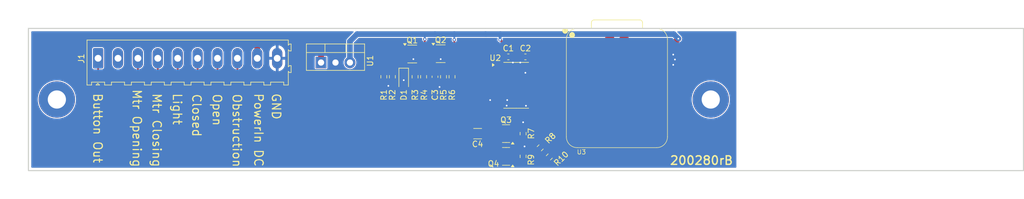
<source format=kicad_pcb>
(kicad_pcb (version 20240108) (generator "pcbnew") (generator_version "8.0")
  (layers (0 "F.Cu" signal) (31 "B.Cu" signal) (34 "B.Paste" user) (35 "F.Paste" user) (36 "B.SilkS" user "B.Silkscreen") (37 "F.SilkS" user "F.Silkscreen") (38 "B.Mask" user) (39 "F.Mask" user) (44 "Edge.Cuts" user))
  (net 0 "")
  (net 1 "GND")
  (net 2 "Net-(D1-K)")
  (net 3 "/EndStopClosed")
  (net 4 "/EndStopOpen")
  (net 5 "/WallButton")
  (net 6 "/Obstruction")
  (net 7 "/Relay1_Light")
  (net 8 "/PowerIn")
  (net 9 "/ObstructionObserved_5V")
  (net 10 "+5V")
  (net 11 "Net-(Q2-C)")
  (net 12 "+3V3")
  (net 13 "/EndStopClosed_3V")
  (net 14 "/Relay1_Light_3V")
  (net 15 "/EndStopOpen_3V")
  (net 16 "/ObstructionObserved_3V")
  (net 19 "/WallButtonSimulation")
  (net 20 "Net-(Q1-C)")
  (net 21 "Net-(Q3-D)")
  (net 22 "Net-(Q2-B)")
  (net 23 "Net-(Q3-G)")
  (net 24 "/WallLightButtonSimulation")
  (net 25 "Net-(Q4-G)")
  (net 41 "/Relay2_Motor_Closing")
  (net 43 "/Relay3_Motor_Opening")
  (net 44 "/Relay2_Motor_Closing_3V")
  (net 45 "/Relay3_Motor_Opening_3V")
  (footprint "GM_Connector_PhoenixContact:phoenix_contact_1984691" (layer "F.Cu") (at 67.25 80.25)
    (property "Reference" "J1" (at -2.95 0.05 90) (layer "F.SilkS"))
    (property "Value" "ScrewTerms")
    (fp_line (start -1.95 -3.2) (end 33.45 -3.2) (stroke (width 0.12)) (layer "F.SilkS"))
    (fp_line (start -1.95 4.7) (end -1.95 -3.2) (stroke (width 0.12)) (layer "F.SilkS"))
    (fp_line (start -1.15 4.2) (end -1.15 4.7) (stroke (width 0.12)) (layer "F.SilkS"))
    (fp_line (start -1.15 4.7) (end -1.95 4.7) (stroke (width 0.12)) (layer "F.SilkS"))
    (fp_line (start -0.35 4.7) (end 0.25 4.7) (stroke (width 0.12)) (layer "F.SilkS"))
    (fp_line (start -0.05 4.4) (end -0.35 4.7) (stroke (width 0.12)) (layer "F.SilkS"))
    (fp_line (start 0.25 4.7) (end -0.05 4.4) (stroke (width 0.12)) (layer "F.SilkS"))
    (fp_line (start 1.15 4.2) (end -1.15 4.2) (stroke (width 0.12)) (layer "F.SilkS"))
    (fp_line (start 1.15 4.7) (end 1.15 4.2) (stroke (width 0.12)) (layer "F.SilkS"))
    (fp_line (start 2.35 4.2) (end 2.35 4.7) (stroke (width 0.12)) (layer "F.SilkS"))
    (fp_line (start 2.35 4.7) (end 1.15 4.7) (stroke (width 0.12)) (layer "F.SilkS"))
    (fp_line (start 4.65 4.2) (end 2.35 4.2) (stroke (width 0.12)) (layer "F.SilkS"))
    (fp_line (start 4.65 4.7) (end 4.65 4.2) (stroke (width 0.12)) (layer "F.SilkS"))
    (fp_line (start 5.85 4.2) (end 5.85 4.7) (stroke (width 0.12)) (layer "F.SilkS"))
    (fp_line (start 5.85 4.7) (end 4.65 4.7) (stroke (width 0.12)) (layer "F.SilkS"))
    (fp_line (start 8.15 4.2) (end 5.85 4.2) (stroke (width 0.12)) (layer "F.SilkS"))
    (fp_line (start 8.15 4.7) (end 8.15 4.2) (stroke (width 0.12)) (layer "F.SilkS"))
    (fp_line (start 9.35 4.2) (end 9.35 4.7) (stroke (width 0.12)) (layer "F.SilkS"))
    (fp_line (start 9.35 4.7) (end 8.15 4.7) (stroke (width 0.12)) (layer "F.SilkS"))
    (fp_line (start 11.65 4.2) (end 9.35 4.2) (stroke (width 0.12)) (layer "F.SilkS"))
    (fp_line (start 11.65 4.7) (end 11.65 4.2) (stroke (width 0.12)) (layer "F.SilkS"))
    (fp_line (start 12.85 4.2) (end 12.85 4.7) (stroke (width 0.12)) (layer "F.SilkS"))
    (fp_line (start 12.85 4.7) (end 11.65 4.7) (stroke (width 0.12)) (layer "F.SilkS"))
    (fp_line (start 15.15 4.2) (end 12.85 4.2) (stroke (width 0.12)) (layer "F.SilkS"))
    (fp_line (start 15.15 4.7) (end 15.15 4.2) (stroke (width 0.12)) (layer "F.SilkS"))
    (fp_line (start 16.35 4.2) (end 16.35 4.7) (stroke (width 0.12)) (layer "F.SilkS"))
    (fp_line (start 16.35 4.7) (end 15.15 4.7) (stroke (width 0.12)) (layer "F.SilkS"))
    (fp_line (start 18.65 4.2) (end 16.35 4.2) (stroke (width 0.12)) (layer "F.SilkS"))
    (fp_line (start 18.65 4.7) (end 18.65 4.2) (stroke (width 0.12)) (layer "F.SilkS"))
    (fp_line (start 19.85 4.2) (end 19.85 4.7) (stroke (width 0.12)) (layer "F.SilkS"))
    (fp_line (start 19.85 4.7) (end 18.65 4.7) (stroke (width 0.12)) (layer "F.SilkS"))
    (fp_line (start 22.15 4.2) (end 19.85 4.2) (stroke (width 0.12)) (layer "F.SilkS"))
    (fp_line (start 22.15 4.7) (end 22.15 4.2) (stroke (width 0.12)) (layer "F.SilkS"))
    (fp_line (start 23.35 4.2) (end 23.35 4.7) (stroke (width 0.12)) (layer "F.SilkS"))
    (fp_line (start 23.35 4.7) (end 22.15 4.7) (stroke (width 0.12)) (layer "F.SilkS"))
    (fp_line (start 25.65 4.2) (end 23.35 4.2) (stroke (width 0.12)) (layer "F.SilkS"))
    (fp_line (start 25.65 4.7) (end 25.65 4.2) (stroke (width 0.12)) (layer "F.SilkS"))
    (fp_line (start 26.85 4.2) (end 26.85 4.7) (stroke (width 0.12)) (layer "F.SilkS"))
    (fp_line (start 26.85 4.7) (end 25.65 4.7) (stroke (width 0.12)) (layer "F.SilkS"))
    (fp_line (start 29.15 4.2) (end 26.85 4.2) (stroke (width 0.12)) (layer "F.SilkS"))
    (fp_line (start 29.15 4.7) (end 29.15 4.2) (stroke (width 0.12)) (layer "F.SilkS"))
    (fp_line (start 30.35 4.2) (end 30.35 4.7) (stroke (width 0.12)) (layer "F.SilkS"))
    (fp_line (start 30.35 4.7) (end 29.15 4.7) (stroke (width 0.12)) (layer "F.SilkS"))
    (fp_line (start 32.65 4.2) (end 30.35 4.2) (stroke (width 0.12)) (layer "F.SilkS"))
    (fp_line (start 32.65 4.7) (end 32.65 4.2) (stroke (width 0.12)) (layer "F.SilkS"))
    (fp_line (start 33.45 -3.2) (end 33.45 -2.3) (stroke (width 0.12)) (layer "F.SilkS"))
    (fp_line (start 33.45 -2.3) (end 33.65 -2.5) (stroke (width 0.12)) (layer "F.SilkS"))
    (fp_line (start 33.45 -1.5) (end 33.45 1.5) (stroke (width 0.12)) (layer "F.SilkS"))
    (fp_line (start 33.45 1.5) (end 33.65 1.3) (stroke (width 0.12)) (layer "F.SilkS"))
    (fp_line (start 33.45 2.3) (end 33.45 4.7) (stroke (width 0.12)) (layer "F.SilkS"))
    (fp_line (start 33.45 4.7) (end 32.65 4.7) (stroke (width 0.12)) (layer "F.SilkS"))
    (fp_line (start 33.65 -2.5) (end 33.95 -2.5) (stroke (width 0.12)) (layer "F.SilkS"))
    (fp_line (start 33.65 -1.3) (end 33.45 -1.5) (stroke (width 0.12)) (layer "F.SilkS"))
    (fp_line (start 33.65 1.3) (end 33.95 1.3) (stroke (width 0.12)) (layer "F.SilkS"))
    (fp_line (start 33.65 2.5) (end 33.45 2.3) (stroke (width 0.12)) (layer "F.SilkS"))
    (fp_line (start 33.95 -2.5) (end 33.95 -1.3) (stroke (width 0.12)) (layer "F.SilkS"))
    (fp_line (start 33.95 -1.3) (end 33.65 -1.3) (stroke (width 0.12)) (layer "F.SilkS"))
    (fp_line (start 33.95 1.3) (end 33.95 2.5) (stroke (width 0.12)) (layer "F.SilkS"))
    (fp_line (start 33.95 2.5) (end 33.65 2.5) (stroke (width 0.12)) (layer "F.SilkS"))
    (pad "1" thru_hole roundrect (at 0 0) (size 1.8 3.6) (drill 1.2) (layers "*.Cu" "*.Mask") (roundrect_rratio 0.1388888889) (net 5 "/WallButton"))
    (pad "2" thru_hole oval (at 3.5 0) (size 1.8 3.6) (drill 1.2) (layers "*.Cu" "*.Mask"))
    (pad "3" thru_hole oval (at 7 0) (size 1.8 3.6) (drill 1.2) (layers "*.Cu" "*.Mask") (net 43 "/Relay3_Motor_Opening"))
    (pad "4" thru_hole oval (at 10.5 0) (size 1.8 3.6) (drill 1.2) (layers "*.Cu" "*.Mask") (net 41 "/Relay2_Motor_Closing"))
    (pad "5" thru_hole oval (at 14 0) (size 1.8 3.6) (drill 1.2) (layers "*.Cu" "*.Mask") (net 7 "/Relay1_Light"))
    (pad "6" thru_hole oval (at 17.5 0) (size 1.8 3.6) (drill 1.2) (layers "*.Cu" "*.Mask") (net 3 "/EndStopClosed"))
    (pad "7" thru_hole oval (at 21 0) (size 1.8 3.6) (drill 1.2) (layers "*.Cu" "*.Mask") (net 4 "/EndStopOpen"))
    (pad "8" thru_hole oval (at 24.5 0) (size 1.8 3.6) (drill 1.2) (layers "*.Cu" "*.Mask") (net 6 "/Obstruction"))
    (pad "9" thru_hole oval (at 28 0) (size 1.8 3.6) (drill 1.2) (layers "*.Cu" "*.Mask") (net 8 "/PowerIn"))
    (pad "10" thru_hole oval (at 31.5 0) (size 1.8 3.6) (drill 1.2) (layers "*.Cu" "*.Mask") (net 1 "GND"))
  )
  (footprint "Resistor_SMD:R_0603_1608Metric" (layer "F.Cu") (at 124.5 83.5 90)
    (property "Reference" "R4" (at -3.2 0.1 90) (layer "F.SilkS"))
    (property "Value" "20K")
    (fp_line (start -0.237258 -0.5225) (end 0.237258 -0.5225) (stroke (width 0.12)) (layer "F.SilkS"))
    (fp_line (start -0.237258 0.5225) (end 0.237258 0.5225) (stroke (width 0.12)) (layer "F.SilkS"))
    (pad "1" smd roundrect (at -0.825 0 90) (size 0.8 0.95) (layers "F.Cu" "F.Paste" "F.Mask") (net 20 "Net-(Q1-C)"))
    (pad "2" smd roundrect (at 0.825 0 90) (size 0.8 0.95) (layers "F.Cu" "F.Paste" "F.Mask") (net 10 "+5V"))
  )
  (footprint "Package_SO:TSSOP-24_4.4x7.8mm_P0.65mm" (layer "F.Cu") (at 140.775 85)
    (property "Reference" "U2" (at -3.675 -4.8 0) (layer "F.SilkS"))
    (property "Value" "SN74AVC8T245PW")
    (fp_line (start 0 -4.035) (end -2.2 -4.035) (stroke (width 0.12)) (layer "F.SilkS"))
    (fp_line (start 0 -4.035) (end 2.2 -4.035) (stroke (width 0.12)) (layer "F.SilkS"))
    (fp_line (start 0 4.035) (end -2.2 4.035) (stroke (width 0.12)) (layer "F.SilkS"))
    (fp_line (start 0 4.035) (end 2.2 4.035) (stroke (width 0.12)) (layer "F.SilkS"))
    (fp_poly (pts (xy -3.86 -3.575) (xy -4.19 -3.815) (xy -4.19 -3.335) (xy -3.86 -3.575)) (stroke (width 0.12)) (fill solid) (layer "F.SilkS"))
    (pad "1" smd roundrect (at -2.8625 -3.575) (size 1.475 0.4) (layers "F.Cu" "F.Paste" "F.Mask") (net 10 "+5V"))
    (pad "2" smd roundrect (at -2.8625 -2.925) (size 1.475 0.4) (layers "F.Cu" "F.Paste" "F.Mask") (net 10 "+5V"))
    (pad "3" smd roundrect (at -2.8625 -2.275) (size 1.475 0.4) (layers "F.Cu" "F.Paste" "F.Mask") (net 9 "/ObstructionObserved_5V"))
    (pad "4" smd roundrect (at -2.8625 -1.625) (size 1.475 0.4) (layers "F.Cu" "F.Paste" "F.Mask") (net 4 "/EndStopOpen"))
    (pad "5" smd roundrect (at -2.8625 -0.975) (size 1.475 0.4) (layers "F.Cu" "F.Paste" "F.Mask") (net 3 "/EndStopClosed"))
    (pad "6" smd roundrect (at -2.8625 -0.325) (size 1.475 0.4) (layers "F.Cu" "F.Paste" "F.Mask") (net 7 "/Relay1_Light"))
    (pad "7" smd roundrect (at -2.8625 0.325) (size 1.475 0.4) (layers "F.Cu" "F.Paste" "F.Mask") (net 41 "/Relay2_Motor_Closing"))
    (pad "8" smd roundrect (at -2.8625 0.975) (size 1.475 0.4) (layers "F.Cu" "F.Paste" "F.Mask") (net 43 "/Relay3_Motor_Opening"))
    (pad "9" smd roundrect (at -2.8625 1.625) (size 1.475 0.4) (layers "F.Cu" "F.Paste" "F.Mask") (net 1 "GND"))
    (pad "10" smd roundrect (at -2.8625 2.275) (size 1.475 0.4) (layers "F.Cu" "F.Paste" "F.Mask") (net 1 "GND"))
    (pad "11" smd roundrect (at -2.8625 2.925) (size 1.475 0.4) (layers "F.Cu" "F.Paste" "F.Mask") (net 1 "GND"))
    (pad "12" smd roundrect (at -2.8625 3.575) (size 1.475 0.4) (layers "F.Cu" "F.Paste" "F.Mask") (net 1 "GND"))
    (pad "13" smd roundrect (at 2.8625 3.575) (size 1.475 0.4) (layers "F.Cu" "F.Paste" "F.Mask") (net 1 "GND"))
    (pad "14" smd roundrect (at 2.8625 2.925) (size 1.475 0.4) (layers "F.Cu" "F.Paste" "F.Mask"))
    (pad "15" smd roundrect (at 2.8625 2.275) (size 1.475 0.4) (layers "F.Cu" "F.Paste" "F.Mask"))
    (pad "16" smd roundrect (at 2.8625 1.625) (size 1.475 0.4) (layers "F.Cu" "F.Paste" "F.Mask") (net 45 "/Relay3_Motor_Opening_3V"))
    (pad "17" smd roundrect (at 2.8625 0.975) (size 1.475 0.4) (layers "F.Cu" "F.Paste" "F.Mask") (net 44 "/Relay2_Motor_Closing_3V"))
    (pad "18" smd roundrect (at 2.8625 0.325) (size 1.475 0.4) (layers "F.Cu" "F.Paste" "F.Mask") (net 14 "/Relay1_Light_3V"))
    (pad "19" smd roundrect (at 2.8625 -0.325) (size 1.475 0.4) (layers "F.Cu" "F.Paste" "F.Mask") (net 13 "/EndStopClosed_3V"))
    (pad "20" smd roundrect (at 2.8625 -0.975) (size 1.475 0.4) (layers "F.Cu" "F.Paste" "F.Mask") (net 15 "/EndStopOpen_3V"))
    (pad "21" smd roundrect (at 2.8625 -1.625) (size 1.475 0.4) (layers "F.Cu" "F.Paste" "F.Mask") (net 16 "/ObstructionObserved_3V"))
    (pad "22" smd roundrect (at 2.8625 -2.275) (size 1.475 0.4) (layers "F.Cu" "F.Paste" "F.Mask") (net 1 "GND"))
    (pad "23" smd roundrect (at 2.8625 -2.925) (size 1.475 0.4) (layers "F.Cu" "F.Paste" "F.Mask") (net 12 "+3V3"))
    (pad "24" smd roundrect (at 2.8625 -3.575) (size 1.475 0.4) (layers "F.Cu" "F.Paste" "F.Mask") (net 12 "+3V3"))
  )
  (footprint "Resistor_SMD:R_0603_1608Metric" (layer "F.Cu") (at 145 96 -135)
    (property "Reference" "R8" (at -2.474874 -0.070711 45) (layer "F.SilkS"))
    (property "Value" "120R")
    (fp_line (start -0.237258 0.5225) (end 0.237258 0.5225) (stroke (width 0.12)) (layer "F.SilkS"))
    (fp_line (start -0.237258 -0.5225) (end 0.237258 -0.5225) (stroke (width 0.12)) (layer "F.SilkS"))
    (pad "1" smd roundrect (at -0.825 0 225) (size 0.8 0.95) (layers "F.Cu" "F.Paste" "F.Mask") (net 24 "/WallLightButtonSimulation"))
    (pad "2" smd roundrect (at 0.825 0 225) (size 0.8 0.95) (layers "F.Cu" "F.Paste" "F.Mask") (net 23 "Net-(Q3-G)"))
  )
  (footprint "Capacitor_SMD:C_0603_1608Metric" (layer "F.Cu") (at 126.5 83.5 -90)
    (property "Reference" "C3" (at 3.2 0 90) (layer "F.SilkS"))
    (property "Value" "1uF")
    (fp_line (start -0.14058 0.51) (end 0.14058 0.51) (stroke (width 0.12)) (layer "F.SilkS"))
    (fp_line (start -0.14058 -0.51) (end 0.14058 -0.51) (stroke (width 0.12)) (layer "F.SilkS"))
    (pad "1" smd roundrect (at -0.775 0 270) (size 0.9 0.95) (layers "F.Cu" "F.Paste" "F.Mask") (net 11 "Net-(Q2-C)"))
    (pad "2" smd roundrect (at 0.775 0 270) (size 0.9 0.95) (layers "F.Cu" "F.Paste" "F.Mask") (net 1 "GND"))
  )
  (footprint "Resistor_SMD:R_0603_1608Metric" (layer "F.Cu") (at 123 83.5 -90)
    (property "Reference" "R3" (at 3.2 0 90) (layer "F.SilkS"))
    (property "Value" "2K")
    (fp_line (start -0.237258 0.5225) (end 0.237258 0.5225) (stroke (width 0.12)) (layer "F.SilkS"))
    (fp_line (start -0.237258 -0.5225) (end 0.237258 -0.5225) (stroke (width 0.12)) (layer "F.SilkS"))
    (pad "1" smd roundrect (at -0.825 0 270) (size 0.8 0.95) (layers "F.Cu" "F.Paste" "F.Mask") (net 20 "Net-(Q1-C)"))
    (pad "2" smd roundrect (at 0.825 0 270) (size 0.8 0.95) (layers "F.Cu" "F.Paste" "F.Mask") (net 22 "Net-(Q2-B)"))
  )
  (footprint "Capacitor_SMD:C_0603_1608Metric" (layer "F.Cu") (at 142.4 80 180)
    (property "Reference" "C2" (at 0 1.5 180) (layer "F.SilkS"))
    (property "Value" "100nF")
    (fp_line (start -0.14058 0.51) (end 0.14058 0.51) (stroke (width 0.12)) (layer "F.SilkS"))
    (fp_line (start -0.14058 -0.51) (end 0.14058 -0.51) (stroke (width 0.12)) (layer "F.SilkS"))
    (pad "1" smd roundrect (at -0.775 0 180) (size 0.9 0.95) (layers "F.Cu" "F.Paste" "F.Mask") (net 12 "+3V3"))
    (pad "2" smd roundrect (at 0.775 0 180) (size 0.9 0.95) (layers "F.Cu" "F.Paste" "F.Mask") (net 1 "GND"))
  )
  (footprint "Resistor_SMD:R_0603_1608Metric" (layer "F.Cu") (at 129.5 83.5 -90)
    (property "Reference" "R6" (at 3.2 0 90) (layer "F.SilkS"))
    (property "Value" "680R")
    (fp_line (start -0.237258 0.5225) (end 0.237258 0.5225) (stroke (width 0.12)) (layer "F.SilkS"))
    (fp_line (start -0.237258 -0.5225) (end 0.237258 -0.5225) (stroke (width 0.12)) (layer "F.SilkS"))
    (pad "1" smd roundrect (at -0.825 0 270) (size 0.8 0.95) (layers "F.Cu" "F.Paste" "F.Mask") (net 9 "/ObstructionObserved_5V"))
    (pad "2" smd roundrect (at 0.825 0 270) (size 0.8 0.95) (layers "F.Cu" "F.Paste" "F.Mask") (net 11 "Net-(Q2-C)"))
  )
  (footprint "MountingHole:MountingHole_3.2mm_M3_Pad" (layer "F.Cu") (at 60 87.5)
    (property "Reference" "H1" (hide yes))
    (property "Value" "MountingHole_Pad" (hide yes))
    (pad "1" thru_hole circle (at 0 0) (size 6.4 6.4) (drill 3.2) (layers "*.Cu" "*.Mask"))
  )
  (footprint "Seeed Studio XIAO Series Library:XIAO-ESP32S3-SMD" (layer "F.Cu") (at 158.5 85.5)
    (property "Reference" "U3" (at -7.1 11.7 0) (layer "F.SilkS") (effects (font (size 0.78232 0.78232) (thickness 0.10668)) (justify left bottom)))
    (property "Value" "XIAO-ESP32-S3-SMD")
    (fp_line (start -8.896364 8.56) (end -8.896364 -8.585) (stroke (width 0.1)) (layer "F.SilkS"))
    (fp_line (start -6.991364 10.465) (end 6.978636 10.465) (stroke (width 0.1)) (layer "F.SilkS"))
    (fp_line (start -4.501364 -10.49) (end -4.497636 -11.500272) (stroke (width 0.127)) (layer "F.SilkS"))
    (fp_line (start -3.997636 -12) (end 3.997636 -12) (stroke (width 0.127)) (layer "F.SilkS"))
    (fp_line (start 4.497636 -11.5) (end 4.497636 -10.49) (stroke (width 0.127)) (layer "F.SilkS"))
    (fp_line (start 6.978636 -10.49) (end -6.991364 -10.49) (stroke (width 0.1)) (layer "F.SilkS"))
    (fp_line (start 8.883636 8.56) (end 8.883636 -8.585) (stroke (width 0.1)) (layer "F.SilkS"))
    (fp_arc (start -8.896364 -8.589) (mid -8.338402 -9.936038) (end -6.991364 -10.494) (stroke (width 0.1)) (layer "F.SilkS"))
    (fp_arc (start -6.991364 10.465) (mid -8.338402 9.907038) (end -8.896364 8.56) (stroke (width 0.1)) (layer "F.SilkS"))
    (fp_arc (start -4.497636 -11.500272) (mid -4.351088 -11.853644) (end -3.997636 -12) (stroke (width 0.127)) (layer "F.SilkS"))
    (fp_arc (start 3.997636 -12) (mid 4.351188 -11.853554) (end 4.497636 -11.5) (stroke (width 0.127)) (layer "F.SilkS"))
    (fp_arc (start 6.978636 -10.49) (mid 8.325674 -9.932037) (end 8.883636 -8.585) (stroke (width 0.1)) (layer "F.SilkS"))
    (fp_arc (start 8.883636 8.56) (mid 8.325678 9.907043) (end 6.978636 10.465) (stroke (width 0.1)) (layer "F.SilkS"))
    (fp_circle (center -9.106364 -10.074) (end -9.106364 -10.328) (stroke (width 0.5)) (fill solid) (layer "F.SilkS"))
    (fp_circle (center -7.889364 -9.351) (end -7.889364 -9.605) (stroke (width 0.5)) (fill solid) (layer "F.SilkS"))
    (pad "1" smd roundrect (at -8.061364 -7.573) (size 2.75 2) (layers "F.Cu" "F.Paste" "F.Mask") (net 16 "/ObstructionObserved_3V"))
    (pad "2" smd roundrect (at -8.061364 -5.033) (size 2.75 2) (layers "F.Cu" "F.Paste" "F.Mask") (net 15 "/EndStopOpen_3V"))
    (pad "3" smd roundrect (at -8.061364 -2.493) (size 2.75 2) (layers "F.Cu" "F.Paste" "F.Mask") (net 13 "/EndStopClosed_3V"))
    (pad "4" smd roundrect (at -8.061364 0.047) (size 2.75 2) (layers "F.Cu" "F.Paste" "F.Mask") (net 14 "/Relay1_Light_3V"))
    (pad "5" smd roundrect (at -8.061364 2.587) (size 2.75 2) (layers "F.Cu" "F.Paste" "F.Mask") (net 44 "/Relay2_Motor_Closing_3V"))
    (pad "6" smd roundrect (at -8.061364 5.127) (size 2.75 2) (layers "F.Cu" "F.Paste" "F.Mask") (net 45 "/Relay3_Motor_Opening_3V"))
    (pad "7" smd roundrect (at -8.061364 7.667) (size 2.75 2) (layers "F.Cu" "F.Paste" "F.Mask"))
    (pad "8" smd roundrect (at 8.103636 7.667) (size 2.75 2) (layers "F.Cu" "F.Paste" "F.Mask"))
    (pad "9" smd roundrect (at 8.103636 5.127) (size 2.75 2) (layers "F.Cu" "F.Paste" "F.Mask") (net 24 "/WallLightButtonSimulation"))
    (pad "10" smd roundrect (at 8.103636 2.587) (size 2.75 2) (layers "F.Cu" "F.Paste" "F.Mask") (net 19 "/WallButtonSimulation"))
    (pad "11" smd roundrect (at 8.103636 0.047) (size 2.75 2) (layers "F.Cu" "F.Paste" "F.Mask"))
    (pad "12" smd roundrect (at 8.103636 -2.493) (size 2.75 2) (layers "F.Cu" "F.Paste" "F.Mask") (net 12 "+3V3"))
    (pad "13" smd roundrect (at 8.103636 -5.033) (size 2.75 2) (layers "F.Cu" "F.Paste" "F.Mask") (net 1 "GND"))
    (pad "14" smd roundrect (at 8.103636 -7.573) (size 2.75 2) (layers "F.Cu" "F.Paste" "F.Mask") (net 10 "+5V"))
    (pad "15" smd roundrect (at -4.451364 -0.335 180) (size 2.5 1.1) (layers "F.Cu" "F.Paste" "F.Mask"))
    (pad "16" smd roundrect (at -4.451364 -2.24 180) (size 2.5 1.1) (layers "F.Cu" "F.Paste" "F.Mask"))
    (pad "17" smd circle (at -1.276364 -8.585) (size 1.7 1.7) (layers "F.Cu" "F.Paste" "F.Mask"))
    (pad "18" smd circle (at 1.263636 -8.585) (size 1.7 1.7) (layers "F.Cu" "F.Paste" "F.Mask"))
    (pad "19" smd circle (at -1.276364 -6.045) (size 1.7 1.7) (layers "F.Cu" "F.Paste" "F.Mask"))
    (pad "20" smd circle (at 1.263636 -6.045) (size 1.7 1.7) (layers "F.Cu" "F.Paste" "F.Mask"))
    (pad "21" smd circle (at -1.276364 -3.505) (size 1.7 1.7) (layers "F.Cu" "F.Paste" "F.Mask"))
    (pad "22" smd circle (at 1.263636 -3.505) (size 1.7 1.7) (layers "F.Cu" "F.Paste" "F.Mask"))
    (pad "23" smd circle (at -1.276364 -0.965) (size 1.7 1.7) (layers "F.Cu" "F.Paste" "F.Mask"))
    (pad "24" smd circle (at 1.263636 -0.965) (size 1.7 1.7) (layers "F.Cu" "F.Paste" "F.Mask"))
  )
  (footprint "Package_TO_SOT_SMD:SOT-23" (layer "F.Cu") (at 139 97.5 180)
    (property "Reference" "Q4" (at 2.2 -1.3 180) (layer "F.SilkS"))
    (property "Value" "SI2304BDS-T1-GE3")
    (fp_line (start 0 1.56) (end 0.65 1.56) (stroke (width 0.12)) (layer "F.SilkS"))
    (fp_line (start 0 1.56) (end -0.65 1.56) (stroke (width 0.12)) (layer "F.SilkS"))
    (fp_line (start 0 -1.56) (end 0.65 -1.56) (stroke (width 0.12)) (layer "F.SilkS"))
    (fp_line (start 0 -1.56) (end -0.65 -1.56) (stroke (width 0.12)) (layer "F.SilkS"))
    (fp_poly (pts (xy -1.1625 -1.51) (xy -1.4025 -1.84) (xy -0.9225 -1.84) (xy -1.1625 -1.51)) (stroke (width 0.12)) (fill solid) (layer "F.SilkS"))
    (pad "1" smd roundrect (at -0.9375 -0.95 180) (size 1.475 0.6) (layers "F.Cu" "F.Paste" "F.Mask") (net 25 "Net-(Q4-G)"))
    (pad "2" smd roundrect (at -0.9375 0.95 180) (size 1.475 0.6) (layers "F.Cu" "F.Paste" "F.Mask") (net 1 "GND"))
    (pad "3" smd roundrect (at 0.9375 0 180) (size 1.475 0.6) (layers "F.Cu" "F.Paste" "F.Mask") (net 5 "/WallButton"))
  )
  (footprint "Capacitor_SMD:C_0603_1608Metric" (layer "F.Cu") (at 139.4 80 180)
    (property "Reference" "C1" (at 0 1.5 180) (layer "F.SilkS"))
    (property "Value" "100nF")
    (fp_line (start -0.14058 0.51) (end 0.14058 0.51) (stroke (width 0.12)) (layer "F.SilkS"))
    (fp_line (start -0.14058 -0.51) (end 0.14058 -0.51) (stroke (width 0.12)) (layer "F.SilkS"))
    (pad "1" smd roundrect (at -0.775 0 180) (size 0.9 0.95) (layers "F.Cu" "F.Paste" "F.Mask") (net 1 "GND"))
    (pad "2" smd roundrect (at 0.775 0 180) (size 0.9 0.95) (layers "F.Cu" "F.Paste" "F.Mask") (net 10 "+5V"))
  )
  (footprint "Package_TO_SOT_SMD:SOT-23-3" (layer "F.Cu") (at 122.5 79.5)
    (property "Reference" "Q1" (at 0 -2.4 0) (layer "F.SilkS"))
    (property "Value" "MMBT3904")
    (fp_line (start 0 -1.56) (end -0.8 -1.56) (stroke (width 0.12)) (layer "F.SilkS"))
    (fp_line (start 0 -1.56) (end 0.8 -1.56) (stroke (width 0.12)) (layer "F.SilkS"))
    (fp_line (start 0 1.56) (end -0.8 1.56) (stroke (width 0.12)) (layer "F.SilkS"))
    (fp_line (start 0 1.56) (end 0.8 1.56) (stroke (width 0.12)) (layer "F.SilkS"))
    (fp_poly (pts (xy -1.3 -1.51) (xy -1.54 -1.84) (xy -1.06 -1.84) (xy -1.3 -1.51)) (stroke (width 0.12)) (fill solid) (layer "F.SilkS"))
    (pad "1" smd roundrect (at -1.1375 -0.95) (size 1.325 0.6) (layers "F.Cu" "F.Paste" "F.Mask") (net 2 "Net-(D1-K)"))
    (pad "2" smd roundrect (at -1.1375 0.95) (size 1.325 0.6) (layers "F.Cu" "F.Paste" "F.Mask") (net 1 "GND"))
    (pad "3" smd roundrect (at 1.1375 0) (size 1.325 0.6) (layers "F.Cu" "F.Paste" "F.Mask") (net 20 "Net-(Q1-C)"))
  )
  (footprint "Resistor_SMD:R_0603_1608Metric" (layer "F.Cu") (at 128 83.5 90)
    (property "Reference" "R5" (at -3.2 0 90) (layer "F.SilkS"))
    (property "Value" "100K")
    (fp_line (start -0.237258 -0.5225) (end 0.237258 -0.5225) (stroke (width 0.12)) (layer "F.SilkS"))
    (fp_line (start -0.237258 0.5225) (end 0.237258 0.5225) (stroke (width 0.12)) (layer "F.SilkS"))
    (pad "1" smd roundrect (at -0.825 0 90) (size 0.8 0.95) (layers "F.Cu" "F.Paste" "F.Mask") (net 11 "Net-(Q2-C)"))
    (pad "2" smd roundrect (at 0.825 0 90) (size 0.8 0.95) (layers "F.Cu" "F.Paste" "F.Mask") (net 10 "+5V"))
  )
  (footprint "Diode_SMD:D_SOD-323_HandSoldering" (layer "F.Cu") (at 121 84 -90)
    (property "Reference" "D1" (at 2.7 0 90) (layer "F.SilkS"))
    (property "Value" "5.1V")
    (fp_line (start -2.01 0.85) (end 1.25 0.85) (stroke (width 0.12)) (layer "F.SilkS"))
    (fp_line (start -2.01 -0.85) (end -2.01 0.85) (stroke (width 0.12)) (layer "F.SilkS"))
    (fp_line (start -2.01 -0.85) (end 1.25 -0.85) (stroke (width 0.12)) (layer "F.SilkS"))
    (pad "1" smd roundrect (at -1.25 0 270) (size 1 1) (layers "F.Cu" "F.Paste" "F.Mask") (net 2 "Net-(D1-K)"))
    (pad "2" smd roundrect (at 1.25 0 270) (size 1 1) (layers "F.Cu" "F.Paste" "F.Mask") (net 1 "GND"))
  )
  (footprint "Resistor_SMD:R_0603_1608Metric" (layer "F.Cu") (at 117.5 83.5 -90)
    (property "Reference" "R1" (at 3.2 0 90) (layer "F.SilkS"))
    (property "Value" "10K")
    (fp_line (start -0.237258 0.5225) (end 0.237258 0.5225) (stroke (width 0.12)) (layer "F.SilkS"))
    (fp_line (start -0.237258 -0.5225) (end 0.237258 -0.5225) (stroke (width 0.12)) (layer "F.SilkS"))
    (pad "1" smd roundrect (at -0.825 0 270) (size 0.8 0.95) (layers "F.Cu" "F.Paste" "F.Mask") (net 2 "Net-(D1-K)"))
    (pad "2" smd roundrect (at 0.825 0 270) (size 0.8 0.95) (layers "F.Cu" "F.Paste" "F.Mask") (net 6 "/Obstruction"))
  )
  (footprint "Package_TO_SOT_SMD:SOT-23-3" (layer "F.Cu") (at 127.5 79.45)
    (property "Reference" "Q2" (at 0 -2.4 0) (layer "F.SilkS"))
    (property "Value" "MMBT3904")
    (fp_line (start 0 -1.56) (end -0.8 -1.56) (stroke (width 0.12)) (layer "F.SilkS"))
    (fp_line (start 0 -1.56) (end 0.8 -1.56) (stroke (width 0.12)) (layer "F.SilkS"))
    (fp_line (start 0 1.56) (end -0.8 1.56) (stroke (width 0.12)) (layer "F.SilkS"))
    (fp_line (start 0 1.56) (end 0.8 1.56) (stroke (width 0.12)) (layer "F.SilkS"))
    (fp_poly (pts (xy -1.3 -1.51) (xy -1.54 -1.84) (xy -1.06 -1.84) (xy -1.3 -1.51)) (stroke (width 0.12)) (fill solid) (layer "F.SilkS"))
    (pad "1" smd roundrect (at -1.1375 -0.95) (size 1.325 0.6) (layers "F.Cu" "F.Paste" "F.Mask") (net 22 "Net-(Q2-B)"))
    (pad "2" smd roundrect (at -1.1375 0.95) (size 1.325 0.6) (layers "F.Cu" "F.Paste" "F.Mask") (net 1 "GND"))
    (pad "3" smd roundrect (at 1.1375 0) (size 1.325 0.6) (layers "F.Cu" "F.Paste" "F.Mask") (net 11 "Net-(Q2-C)"))
  )
  (footprint "Package_TO_SOT_THT:TO-220-3_Vertical" (layer "F.Cu") (at 106.46 81)
    (property "Reference" "U1" (at 8.64 -0.3 90) (layer "F.SilkS"))
    (property "Value" "OKI-78SR-5/1.5-W36-C")
    (fp_line (start -2.58 -3.27) (end -2.58 1.371) (stroke (width 0.12)) (layer "F.SilkS"))
    (fp_line (start -2.58 -3.27) (end 7.66 -3.27) (stroke (width 0.12)) (layer "F.SilkS"))
    (fp_line (start -2.58 -1.76) (end 7.66 -1.76) (stroke (width 0.12)) (layer "F.SilkS"))
    (fp_line (start -2.58 1.371) (end 7.66 1.371) (stroke (width 0.12)) (layer "F.SilkS"))
    (fp_line (start 0.69 -3.27) (end 0.69 -1.76) (stroke (width 0.12)) (layer "F.SilkS"))
    (fp_line (start 4.391 -3.27) (end 4.391 -1.76) (stroke (width 0.12)) (layer "F.SilkS"))
    (fp_line (start 7.66 -3.27) (end 7.66 1.371) (stroke (width 0.12)) (layer "F.SilkS"))
    (pad "1" thru_hole rect (at 0 0) (size 1.905 2) (drill 1.1) (layers "*.Cu" "*.Mask") (net 8 "/PowerIn"))
    (pad "2" thru_hole oval (at 2.54 0) (size 1.905 2) (drill 1.1) (layers "*.Cu" "*.Mask") (net 1 "GND"))
    (pad "3" thru_hole oval (at 5.08 0) (size 1.905 2) (drill 1.1) (layers "*.Cu" "*.Mask") (net 10 "+5V"))
  )
  (footprint "Resistor_SMD:R_0603_1608Metric" (layer "F.Cu") (at 142 93.5 -90)
    (property "Reference" "R7" (at 0 -1.43 90) (layer "F.SilkS"))
    (property "Value" "1K")
    (fp_line (start -0.237258 0.5225) (end 0.237258 0.5225) (stroke (width 0.12)) (layer "F.SilkS"))
    (fp_line (start -0.237258 -0.5225) (end 0.237258 -0.5225) (stroke (width 0.12)) (layer "F.SilkS"))
    (pad "1" smd roundrect (at -0.825 0 270) (size 0.8 0.95) (layers "F.Cu" "F.Paste" "F.Mask") (net 1 "GND"))
    (pad "2" smd roundrect (at 0.825 0 270) (size 0.8 0.95) (layers "F.Cu" "F.Paste" "F.Mask") (net 23 "Net-(Q3-G)"))
  )
  (footprint "Capacitor_SMD:C_1206_3216Metric_Pad1.33x1.80mm_HandSolder" (layer "F.Cu") (at 134 93.5 180)
    (property "Reference" "C4" (at 0 -1.85 0) (layer "F.SilkS"))
    (property "Value" "1uF")
    (fp_line (start -0.711252 0.91) (end 0.711252 0.91) (stroke (width 0.12)) (layer "F.SilkS"))
    (fp_line (start -0.711252 -0.91) (end 0.711252 -0.91) (stroke (width 0.12)) (layer "F.SilkS"))
    (pad "1" smd roundrect (at -1.5625 0 180) (size 1.325 1.8) (layers "F.Cu" "F.Paste" "F.Mask") (roundrect_rratio 0.188679) (net 21 "Net-(Q3-D)"))
    (pad "2" smd roundrect (at 1.5625 0 180) (size 1.325 1.8) (layers "F.Cu" "F.Paste" "F.Mask") (roundrect_rratio 0.188679) (net 5 "/WallButton"))
  )
  (footprint "MountingHole:MountingHole_3.2mm_M3_Pad" (layer "F.Cu") (at 175 87.5)
    (property "Reference" "H2" (hide yes))
    (property "Value" "MountingHole_Pad" (hide yes))
    (pad "1" thru_hole circle (at 0 0) (size 6.4 6.4) (drill 3.2) (layers "*.Cu" "*.Mask"))
  )
  (footprint "Package_TO_SOT_SMD:SOT-23" (layer "F.Cu") (at 139 93.5 180)
    (property "Reference" "Q3" (at 0 2.4 0) (layer "F.SilkS"))
    (property "Value" "SI2304BDS-T1-GE3")
    (fp_line (start 0 1.56) (end 0.65 1.56) (stroke (width 0.12)) (layer "F.SilkS"))
    (fp_line (start 0 1.56) (end -0.65 1.56) (stroke (width 0.12)) (layer "F.SilkS"))
    (fp_line (start 0 -1.56) (end 0.65 -1.56) (stroke (width 0.12)) (layer "F.SilkS"))
    (fp_line (start 0 -1.56) (end -0.65 -1.56) (stroke (width 0.12)) (layer "F.SilkS"))
    (fp_poly (pts (xy -1.1625 -1.51) (xy -1.4025 -1.84) (xy -0.9225 -1.84) (xy -1.1625 -1.51)) (stroke (width 0.12)) (fill solid) (layer "F.SilkS"))
    (pad "1" smd roundrect (at -0.9375 -0.95 180) (size 1.475 0.6) (layers "F.Cu" "F.Paste" "F.Mask") (net 23 "Net-(Q3-G)"))
    (pad "2" smd roundrect (at -0.9375 0.95 180) (size 1.475 0.6) (layers "F.Cu" "F.Paste" "F.Mask") (net 1 "GND"))
    (pad "3" smd roundrect (at 0.9375 0 180) (size 1.475 0.6) (layers "F.Cu" "F.Paste" "F.Mask") (net 21 "Net-(Q3-D)"))
  )
  (footprint "Resistor_SMD:R_0603_1608Metric" (layer "F.Cu") (at 146.6 97.6 -135)
    (property "Reference" "R10" (at -1.272792 -1.697056 -135) (layer "F.SilkS"))
    (property "Value" "120R")
    (fp_line (start -0.237258 0.5225) (end 0.237258 0.5225) (stroke (width 0.12)) (layer "F.SilkS"))
    (fp_line (start -0.237258 -0.5225) (end 0.237258 -0.5225) (stroke (width 0.12)) (layer "F.SilkS"))
    (pad "1" smd roundrect (at -0.825 0 225) (size 0.8 0.95) (layers "F.Cu" "F.Paste" "F.Mask") (net 19 "/WallButtonSimulation"))
    (pad "2" smd roundrect (at 0.825 0 225) (size 0.8 0.95) (layers "F.Cu" "F.Paste" "F.Mask") (net 25 "Net-(Q4-G)"))
  )
  (footprint "Resistor_SMD:R_0603_1608Metric" (layer "F.Cu") (at 142 97.5 -90)
    (property "Reference" "R9" (at 0.6 -1.4 90) (layer "F.SilkS"))
    (property "Value" "1K")
    (fp_line (start -0.237258 0.5225) (end 0.237258 0.5225) (stroke (width 0.12)) (layer "F.SilkS"))
    (fp_line (start -0.237258 -0.5225) (end 0.237258 -0.5225) (stroke (width 0.12)) (layer "F.SilkS"))
    (pad "1" smd roundrect (at -0.825 0 270) (size 0.8 0.95) (layers "F.Cu" "F.Paste" "F.Mask") (net 1 "GND"))
    (pad "2" smd roundrect (at 0.825 0 270) (size 0.8 0.95) (layers "F.Cu" "F.Paste" "F.Mask") (net 25 "Net-(Q4-G)"))
  )
  (footprint "Resistor_SMD:R_0603_1608Metric" (layer "F.Cu") (at 119 83.5 90)
    (property "Reference" "R2" (at -3.2 0 90) (layer "F.SilkS"))
    (property "Value" "1K")
    (fp_line (start -0.237258 -0.5225) (end 0.237258 -0.5225) (stroke (width 0.12)) (layer "F.SilkS"))
    (fp_line (start -0.237258 0.5225) (end 0.237258 0.5225) (stroke (width 0.12)) (layer "F.SilkS"))
    (pad "1" smd roundrect (at -0.825 0 90) (size 0.8 0.95) (layers "F.Cu" "F.Paste" "F.Mask") (net 1 "GND"))
    (pad "2" smd roundrect (at 0.825 0 90) (size 0.8 0.95) (layers "F.Cu" "F.Paste" "F.Mask") (net 2 "Net-(D1-K)"))
  )
  (gr_rect (start 55 75) (end 230 100) (stroke (width 0.2)) (fill none) (layer "Edge.Cuts"))
  (gr_text "GND" (at 97.7 86.3 270) (layer "F.SilkS") (effects (font (size 1.5 1.5) (thickness 0.2) (bold yes)) (justify left bottom)))
  (gr_text "Obstruction" (at 90.8 86.4 -90) (layer "F.SilkS") (effects (font (size 1.5 1.5) (thickness 0.2) (bold yes)) (justify left bottom)))
  (gr_text "PowerIn DC" (at 94.6 86.3 270) (layer "F.SilkS") (effects (font (size 1.5 1.5) (thickness 0.2) (bold yes)) (justify left bottom)))
  (gr_text "Light" (at 80.3 86.3 -90) (layer "F.SilkS") (effects (font (size 1.5 1.5) (thickness 0.2)) (justify left bottom)))
  (gr_text "Button Out" (at 66.3 86.3 270) (layer "F.SilkS") (effects (font (size 1.5 1.5) (thickness 0.2)) (justify left bottom)))
  (gr_text "Mtr Opening" (at 73.2 85.6 270) (layer "F.SilkS") (effects (font (size 1.5 1.5) (thickness 0.2)) (justify left bottom)))
  (gr_text "Mtr Closing" (at 76.7 86.3 270) (layer "F.SilkS") (effects (font (size 1.5 1.5) (thickness 0.2)) (justify left bottom)))
  (gr_text "200280rB" (at 167.7 99.1 0) (layer "F.SilkS") (effects (font (size 1.5 1.5) (thickness 0.25) (bold yes)) (justify left bottom)))
  (gr_text "Closed" (at 83.7 86.4 270) (layer "F.SilkS") (effects (font (size 1.5 1.5) (thickness 0.2) (bold yes)) (justify left bottom)))
  (gr_text "Open" (at 87.3 86.4 270) (layer "F.SilkS") (effects (font (size 1.5 1.5) (thickness 0.2) (bold yes)) (justify left bottom)))
  (segment (start 119 84.325) (end 119 84.4) (width 0.3) (layer "F.Cu") (net 1))
  (segment (start 142.525 88.575) (end 142.5 88.6) (width 0.3) (layer "F.Cu") (net 1))
  (segment (start 136.525 87.275) (end 136.2 87.6) (width 0.3) (layer "F.Cu") (net 1))
  (segment (start 136.975 86.625) (end 136.8 86.8) (width 0.3) (layer "F.Cu") (net 1))
  (segment (start 141.875 92.55) (end 142 92.675) (width 0.3) (layer "F.Cu") (net 1))
  (segment (start 166.967 80.467) (end 166.603636 80.467) (width 0.4) (layer "F.Cu") (net 1))
  (segment (start 142.25 95.75) (end 142 96) (width 0.3) (layer "F.Cu") (net 1))
  (segment (start 142 92.675) (end 142 91.5) (width 0.3) (layer "F.Cu") (net 1))
  (segment (start 119 84.4) (end 118.3 85.1) (width 0.3) (layer "F.Cu") (net 1))
  (segment (start 168.4 79.6) (end 167.470636 79.6) (width 0.4) (layer "F.Cu") (net 1))
  (segment (start 141.625 80) (end 141.625 80.875) (width 0.3) (layer "F.Cu") (net 1))
  (segment (start 126.3625 80.4) (end 127.5 80.4) (width 0.3) (layer "F.Cu") (net 1))
  (segment (start 122.65 80.45) (end 122.7 80.4) (width 0.3) (layer "F.Cu") (net 1))
  (segment (start 140.175 80.975) (end 140.2 81) (width 0.3) (layer "F.Cu") (net 1))
  (segment (start 126.5 84.5) (end 127.3 85.3) (width 0.3) (layer "F.Cu") (net 1))
  (segment (start 142 96.675) (end 141.875 96.55) (width 0.3) (layer "F.Cu") (net 1))
  (segment (start 137.9125 87.275) (end 136.525 87.275) (width 0.3) (layer "F.Cu") (net 1))
  (segment (start 141.875 96.55) (end 139.9375 96.55) (width 0.3) (layer "F.Cu") (net 1))
  (segment (start 139.1 88.575) (end 137.9125 88.575) (width 0.3) (layer "F.Cu") (net 1))
  (segment (start 168.4 81.4) (end 167.9 81.4) (width 0.4) (layer "F.Cu") (net 1))
  (segment (start 126.5 84.275) (end 126.5 84.5) (width 0.3) (layer "F.Cu") (net 1))
  (segment (start 143.6375 88.575) (end 142.525 88.575) (width 0.3) (layer "F.Cu") (net 1))
  (segment (start 136.2 87.4) (end 136.2 87.6) (width 0.3) (layer "F.Cu") (net 1))
  (segment (start 137.9125 86.625) (end 136.975 86.625) (width 0.3) (layer "F.Cu") (net 1))
  (segment (start 139.2 87.6) (end 138.875 87.925) (width 0.3) (layer "F.Cu") (net 1))
  (segment (start 136.8 86.8) (end 136.2 87.4) (width 0.3) (layer "F.Cu") (net 1))
  (segment (start 167.9 81.4) (end 166.967 80.467) (width 0.4) (layer "F.Cu") (net 1))
  (segment (start 167.470636 79.6) (end 166.603636 80.467) (width 0.4) (layer "F.Cu") (net 1))
  (segment (start 142.475 82.725) (end 142.4 82.8) (width 0.3) (layer "F.Cu") (net 1))
  (segment (start 121 85.25) (end 121 84.1) (width 0.3) (layer "F.Cu") (net 1))
  (segment (start 138.875 87.925) (end 137.9125 87.925) (width 0.3) (layer "F.Cu") (net 1))
  (segment (start 141.625 80.875) (end 141.5 81) (width 0.3) (layer "F.Cu") (net 1))
  (segment (start 142 96) (end 142 96.675) (width 0.3) (layer "F.Cu") (net 1))
  (segment (start 143.6375 82.725) (end 142.475 82.725) (width 0.3) (layer "F.Cu") (net 1))
  (segment (start 139.9375 92.55) (end 141.875 92.55) (width 0.3) (layer "F.Cu") (net 1))
  (segment (start 121.3625 80.45) (end 122.65 80.45) (width 0.3) (layer "F.Cu") (net 1))
  (segment (start 140.175 80) (end 140.175 80.975) (width 0.3) (layer "F.Cu") (net 1))
  (segment (start 168.7 80.467) (end 166.603636 80.467) (width 0.4) (layer "F.Cu") (net 1))
  (via (at 139.2 87.6) (size 0.6) (drill 0.3) (layers "F.Cu" "B.Cu") (net 1))
  (via (at 136.2 87.6) (size 0.6) (drill 0.3) (layers "F.Cu" "B.Cu") (net 1))
  (via (at 140.2 81) (size 0.6) (drill 0.3) (layers "F.Cu" "B.Cu") (net 1))
  (via (at 139.1 88.575) (size 0.6) (drill 0.3) (layers "F.Cu" "B.Cu") (net 1))
  (via (at 168.4 81.4) (size 0.6) (drill 0.3) (layers "F.Cu" "B.Cu") (net 1))
  (via (at 168.7 80.467) (size 0.6) (drill 0.3) (layers "F.Cu" "B.Cu") (net 1))
  (via (at 121 84.1) (size 0.6) (drill 0.3) (layers "F.Cu" "B.Cu") (net 1))
  (via (at 142 91.5) (size 0.6) (drill 0.3) (layers "F.Cu" "B.Cu") (net 1))
  (via (at 127.3 85.3) (size 0.6) (drill 0.3) (layers "F.Cu" "B.Cu") (net 1))
  (via (at 118.3 85.1) (size 0.6) (drill 0.3) (layers "F.Cu" "B.Cu") (net 1))
  (via (at 142.5 88.6) (size 0.6) (drill 0.3) (layers "F.Cu" "B.Cu") (net 1))
  (via (at 168.4 79.6) (size 0.6) (drill 0.3) (layers "F.Cu" "B.Cu") (net 1))
  (via (at 122.7 80.4) (size 0.6) (drill 0.3) (layers "F.Cu" "B.Cu") (net 1))
  (via (at 142.25 95.75) (size 0.6) (drill 0.3) (layers "F.Cu" "B.Cu") (net 1))
  (via (at 141.5 81) (size 0.6) (drill 0.3) (layers "F.Cu" "B.Cu") (net 1))
  (via (at 142.4 82.8) (size 0.6) (drill 0.3) (layers "F.Cu" "B.Cu") (net 1))
  (via (at 127.5 80.4) (size 0.6) (drill 0.3) (layers "F.Cu" "B.Cu") (net 1))
  (segment (start 119 82.675) (end 119 79.4) (width 0.3) (layer "F.Cu") (net 2))
  (segment (start 121 82.75) (end 119.075 82.75) (width 0.3) (layer "F.Cu") (net 2))
  (segment (start 117.5 82.675) (end 119 82.675) (width 0.3) (layer "F.Cu") (net 2))
  (segment (start 119.075 82.75) (end 119 82.675) (width 0.3) (layer "F.Cu") (net 2))
  (segment (start 119 79.4) (end 119.85 78.55) (width 0.3) (layer "F.Cu") (net 2))
  (segment (start 119.85 78.55) (end 121.3625 78.55) (width 0.3) (layer "F.Cu") (net 2))
  (segment (start 87.5 88) (end 84.75 85.25) (width 0.3) (layer "F.Cu") (net 3))
  (segment (start 84.75 85.25) (end 84.75 80.25) (width 0.3) (layer "F.Cu") (net 3))
  (segment (start 130 88) (end 87.5 88) (width 0.3) (layer "F.Cu") (net 3))
  (segment (start 137.9125 84.025) (end 133.975 84.025) (width 0.3) (layer "F.Cu") (net 3))
  (segment (start 133.975 84.025) (end 130 88) (width 0.3) (layer "F.Cu") (net 3))
  (segment (start 88.25 80.25) (end 88.25 85.25) (width 0.3) (layer "F.Cu") (net 4))
  (segment (start 133.125 83.375) (end 137.9125 83.375) (width 0.3) (layer "F.Cu") (net 4))
  (segment (start 90 87) (end 129.5 87) (width 0.3) (layer "F.Cu") (net 4))
  (segment (start 88.25 85.25) (end 90 87) (width 0.3) (layer "F.Cu") (net 4))
  (segment (start 129.5 87) (end 133.125 83.375) (width 0.3) (layer "F.Cu") (net 4))
  (segment (start 67.25 80.25) (end 67.25 85) (width 0.3) (layer "F.Cu") (net 5))
  (segment (start 132.4375 92.4375) (end 132.4375 93.5) (width 0.3) (layer "F.Cu") (net 5))
  (segment (start 134 97.5) (end 138.0625 97.5) (width 0.3) (layer "F.Cu") (net 5))
  (segment (start 74.25 92) (end 132 92) (width 0.3) (layer "F.Cu") (net 5))
  (segment (start 132.4375 95.9375) (end 134 97.5) (width 0.3) (layer "F.Cu") (net 5))
  (segment (start 132 92) (end 132.4375 92.4375) (width 0.3) (layer "F.Cu") (net 5))
  (segment (start 132.4375 93.5) (end 132.4375 95.9375) (width 0.3) (layer "F.Cu") (net 5))
  (segment (start 67.25 85) (end 74.25 92) (width 0.3) (layer "F.Cu") (net 5))
  (segment (start 93.325 84.325) (end 117.5 84.325) (width 0.3) (layer "F.Cu") (net 6))
  (segment (start 91.75 80.25) (end 91.75 82.75) (width 0.3) (layer "F.Cu") (net 6))
  (segment (start 91.75 82.75) (end 93.325 84.325) (width 0.3) (layer "F.Cu") (net 6))
  (segment (start 134.825 84.675) (end 130.5 89) (width 0.3) (layer "F.Cu") (net 7))
  (segment (start 130.5 89) (end 85 89) (width 0.3) (layer "F.Cu") (net 7))
  (segment (start 85 89) (end 81.25 85.25) (width 0.3) (layer "F.Cu") (net 7))
  (segment (start 137.9125 84.675) (end 134.825 84.675) (width 0.3) (layer "F.Cu") (net 7))
  (segment (start 81.25 85.25) (end 81.25 80.25) (width 0.3) (layer "F.Cu") (net 7))
  (segment (start 96.2 76.7) (end 104.9 76.7) (width 1) (layer "F.Cu") (net 8))
  (segment (start 104.9 76.7) (end 106.46 78.26) (width 1) (layer "F.Cu") (net 8))
  (segment (start 95.25 77.65) (end 96.2 76.7) (width 1) (layer "F.Cu") (net 8))
  (segment (start 106.46 78.26) (end 106.46 81) (width 1) (layer "F.Cu") (net 8))
  (segment (start 95.25 80.25) (end 95.25 77.65) (width 1) (layer "F.Cu") (net 8))
  (segment (start 129.55 82.725) (end 129.5 82.675) (width 0.3) (layer "F.Cu") (net 9))
  (segment (start 137.9125 82.725) (end 129.55 82.725) (width 0.3) (layer "F.Cu") (net 9))
  (segment (start 139.025 81.425) (end 139.1 81.5) (width 0.3) (layer "F.Cu") (net 10))
  (segment (start 128 82.4) (end 129 81.4) (width 0.3) (layer "F.Cu") (net 10))
  (segment (start 124.7 80.3) (end 124.5 80.5) (width 0.3) (layer "F.Cu") (net 10))
  (segment (start 124.5 80.5) (end 124.5 82.675) (width 0.3) (layer "F.Cu") (net 10))
  (segment (start 129.9 80.5) (end 129.9 77) (width 0.3) (layer "F.Cu") (net 10))
  (segment (start 168.173 77.927) (end 169.3 76.8) (width 1) (layer "F.Cu") (net 10))
  (segment (start 138.625 80.025) (end 139.1 80.5) (width 0.3) (layer "F.Cu") (net 10))
  (segment (start 138.625 80) (end 138.625 80.025) (width 0.3) (layer "F.Cu") (net 10))
  (segment (start 129 81.4) (end 129.9 80.5) (width 0.3) (layer "F.Cu") (net 10))
  (segment (start 139.1 81.35) (end 139.025 81.425) (width 0.3) (layer "F.Cu") (net 10))
  (segment (start 137.9125 81.425) (end 139.025 81.425) (width 0.3) (layer "F.Cu") (net 10))
  (segment (start 138.625 80) (end 138.625 77.675) (width 0.4) (layer "F.Cu") (net 10))
  (segment (start 128 82.675) (end 128 82.4) (width 0.3) (layer "F.Cu") (net 10))
  (segment (start 137.9125 82.075) (end 139.025 82.075) (width 0.3) (layer "F.Cu") (net 10))
  (segment (start 139.1 80.5) (end 139.1 81.35) (width 0.3) (layer "F.Cu") (net 10))
  (segment (start 138.625 77.675) (end 137.95 77) (width 0.4) (layer "F.Cu") (net 10))
  (segment (start 124.7 76.9) (end 124.7 80.3) (width 0.3) (layer "F.Cu") (net 10))
  (segment (start 139.1 81.5) (end 139.1 82) (width 0.3) (layer "F.Cu") (net 10))
  (segment (start 139.025 82.075) (end 139.1 82) (width 0.3) (layer "F.Cu") (net 10))
  (segment (start 166.603636 77.927) (end 168.173 77.927) (width 1) (layer "F.Cu") (net 10))
  (via (at 124.7 76.9) (size 0.6) (drill 0.3) (layers "F.Cu" "B.Cu") (net 10))
  (via (at 137.95 77) (size 0.6) (drill 0.3) (layers "F.Cu" "B.Cu") (net 10))
  (via (at 169.3 76.8) (size 0.6) (drill 0.3) (layers "F.Cu" "B.Cu") (net 10))
  (via (at 129.9 77) (size 0.6) (drill 0.3) (layers "F.Cu" "B.Cu") (net 10))
  (segment (start 168.5 76) (end 169.3 76.8) (width 1) (layer "B.Cu") (net 10))
  (segment (start 124.7 76.9) (end 124.7 76.1) (width 0.3) (layer "B.Cu") (net 10))
  (segment (start 112.8 76) (end 126.5 76) (width 1) (layer "B.Cu") (net 10))
  (segment (start 138 76) (end 168.5 76) (width 1) (layer "B.Cu") (net 10))
  (segment (start 124.7 76.1) (end 124.8 76) (width 0.3) (layer "B.Cu") (net 10))
  (segment (start 111.54 81) (end 111.54 77.26) (width 1) (layer "B.Cu") (net 10))
  (segment (start 111.54 77.26) (end 112.8 76) (width 1) (layer "B.Cu") (net 10))
  (segment (start 137.95 76.05) (end 138 76) (width 0.3) (layer "B.Cu") (net 10))
  (segment (start 126.5 76) (end 129.9 76) (width 1) (layer "B.Cu") (net 10))
  (segment (start 129.9 76) (end 135.4 76) (width 1) (layer "B.Cu") (net 10))
  (segment (start 124.8 76) (end 126.5 76) (width 0.3) (layer "B.Cu") (net 10))
  (segment (start 129.9 77) (end 129.9 76) (width 0.3) (layer "B.Cu") (net 10))
  (segment (start 137.95 77) (end 137.95 76.05) (width 0.5) (layer "B.Cu") (net 10))
  (segment (start 135.4 76) (end 138 76) (width 1) (layer "B.Cu") (net 10))
  (segment (start 128 84.325) (end 129.5 84.325) (width 0.3) (layer "F.Cu") (net 11))
  (segment (start 128 81.2) (end 127.3 81.2) (width 0.3) (layer "F.Cu") (net 11))
  (segment (start 128.6375 80.5625) (end 128 81.2) (width 0.3) (layer "F.Cu") (net 11))
  (segment (start 126.5 82.725) (end 126.5 82.825) (width 0.3) (layer "F.Cu") (net 11))
  (segment (start 127.3 81.2) (end 126.5 82) (width 0.3) (layer "F.Cu") (net 11))
  (segment (start 126.5 82.825) (end 128 84.325) (width 0.3) (layer "F.Cu") (net 11))
  (segment (start 126.5 82) (end 126.5 82.725) (width 0.3) (layer "F.Cu") (net 11))
  (segment (start 128.6375 79.45) (end 128.6375 80.5625) (width 0.3) (layer "F.Cu") (net 11))
  (segment (start 144.416932 95.428994) (end 145.187938 96.2) (width 0.5) (layer "F.Cu") (net 12))
  (segment (start 143.6375 80.4625) (end 143.175 80) (width 0.3) (layer "F.Cu") (net 12))
  (segment (start 144.416932 93.016932) (end 144.416932 95.428994) (width 0.5) (layer "F.Cu") (net 12))
  (segment (start 143.6375 81.425) (end 143.6375 80.4625) (width 0.3) (layer "F.Cu") (net 12))
  (segment (start 142.21 80.99) (end 142.21 81.49) (width 0.5) (layer "F.Cu") (net 12))
  (segment (start 144.725 82.075) (end 144.8 82) (width 0.3) (layer "F.Cu") (net 12))
  (segment (start 147.5 98.5) (end 168 98.5) (width 0.5) (layer "F.Cu") (net 12))
  (segment (start 144.4 93) (end 144.416932 93.016932) (width 0.5) (layer "F.Cu") (net 12))
  (segment (start 145.2 96.2) (end 147.5 98.5) (width 0.5) (layer "F.Cu") (net 12))
  (segment (start 143.6375 82.075) (end 144.725 82.075) (width 0.3) (layer "F.Cu") (net 12))
  (segment (start 170.5 84.8) (end 168.707 83.007) (width 0.5) (layer "F.Cu") (net 12))
  (segment (start 144.4 92.2) (end 144.4 93) (width 0.5) (layer "F.Cu") (net 12))
  (segment (start 145.187938 96.2) (end 145.2 96.2) (width 0.5) (layer "F.Cu") (net 12))
  (segment (start 144.8 81.5) (end 144.8 82) (width 0.3) (layer "F.Cu") (net 12))
  (segment (start 142.21 81.49) (end 141.5 82.2) (width 0.5) (layer "F.Cu") (net 12))
  (segment (start 143.175 80.025) (end 142.21 80.99) (width 0.5) (layer "F.Cu") (net 12))
  (segment (start 170.5 96) (end 170.5 84.8) (width 0.5) (layer "F.Cu") (net 12))
  (segment (start 141.5 82.2) (end 141.5 89.3) (width 0.5) (layer "F.Cu") (net 12))
  (segment (start 141.5 89.3) (end 144.4 92.2) (width 0.5) (layer "F.Cu") (net 12))
  (segment (start 143.175 80) (end 143.175 80.025) (width 0.3) (layer "F.Cu") (net 12))
  (segment (start 143.6375 81.425) (end 144.725 81.425) (width 0.3) (layer "F.Cu") (net 12))
  (segment (start 144.725 81.425) (end 144.8 81.5) (width 0.3) (layer "F.Cu") (net 12))
  (segment (start 168 98.5) (end 170.5 96) (width 0.5) (layer "F.Cu") (net 12))
  (segment (start 168.707 83.007) (end 166.603636 83.007) (width 0.5) (layer "F.Cu") (net 12))
  (segment (start 143.6375 84.675) (end 146.025 84.675) (width 0.3) (layer "F.Cu") (net 13))
  (segment (start 147.693 83.007) (end 150.438636 83.007) (width 0.3) (layer "F.Cu") (net 13))
  (segment (start 146.025 84.675) (end 147.693 83.007) (width 0.3) (layer "F.Cu") (net 13))
  (segment (start 143.6375 85.325) (end 146.025 85.325) (width 0.3) (layer "F.Cu") (net 14))
  (segment (start 146.247 85.547) (end 150.438636 85.547) (width 0.3) (layer "F.Cu") (net 14))
  (segment (start 146.025 85.325) (end 146.247 85.547) (width 0.3) (layer "F.Cu") (net 14))
  (segment (start 147.3 82.2) (end 147.3 81.1) (width 0.3) (layer "F.Cu") (net 15))
  (segment (start 145.475 84.025) (end 147.3 82.2) (width 0.3) (layer "F.Cu") (net 15))
  (segment (start 147.3 81.1) (end 147.933 80.467) (width 0.3) (layer "F.Cu") (net 15))
  (segment (start 143.6375 84.025) (end 145.475 84.025) (width 0.3) (layer "F.Cu") (net 15))
  (segment (start 147.933 80.467) (end 150.438636 80.467) (width 0.3) (layer "F.Cu") (net 15))
  (segment (start 146 82.4) (end 145.025 83.375) (width 0.3) (layer "F.Cu") (net 16))
  (segment (start 147.527 77.927) (end 147.5 77.9) (width 0.3) (layer "F.Cu") (net 16))
  (segment (start 150.438636 77.927) (end 147.527 77.927) (width 0.3) (layer "F.Cu") (net 16))
  (segment (start 146 79.4) (end 146 82.4) (width 0.3) (layer "F.Cu") (net 16))
  (segment (start 145.025 83.375) (end 143.6375 83.375) (width 0.3) (layer "F.Cu") (net 16))
  (segment (start 147.5 77.9) (end 146 79.4) (width 0.3) (layer "F.Cu") (net 16))
  (segment (start 148.5 97.5) (end 167.5 97.5) (width 0.3) (layer "F.Cu") (net 19))
  (segment (start 168.587 88.087) (end 166.603636 88.087) (width 0.3) (layer "F.Cu") (net 19))
  (segment (start 148.016637 97.016637) (end 148.5 97.5) (width 0.3) (layer "F.Cu") (net 19))
  (segment (start 169.5 95.5) (end 169.5 89) (width 0.3) (layer "F.Cu") (net 19))
  (segment (start 147.183363 97.016637) (end 148.016637 97.016637) (width 0.3) (layer "F.Cu") (net 19))
  (segment (start 169.5 89) (end 168.587 88.087) (width 0.3) (layer "F.Cu") (net 19))
  (segment (start 167.5 97.5) (end 169.5 95.5) (width 0.3) (layer "F.Cu") (net 19))
  (segment (start 123 82.825) (end 124.5 84.325) (width 0.3) (layer "F.Cu") (net 20))
  (segment (start 123 82.675) (end 123 82.1) (width 0.3) (layer "F.Cu") (net 20))
  (segment (start 123.6375 81.4625) (end 123.6375 79.5) (width 0.3) (layer "F.Cu") (net 20))
  (segment (start 123 82.675) (end 123 82.825) (width 0.3) (layer "F.Cu") (net 20))
  (segment (start 123 82.1) (end 123.6375 81.4625) (width 0.3) (layer "F.Cu") (net 20))
  (segment (start 138.0625 93.5) (end 135.5625 93.5) (width 0.3) (layer "F.Cu") (net 21))
  (segment (start 125.5 78.5) (end 126.3625 78.5) (width 0.3) (layer "F.Cu") (net 22))
  (segment (start 125.2 78.8) (end 125.5 78.5) (width 0.3) (layer "F.Cu") (net 22))
  (segment (start 125.5 84.7) (end 125.5 81.5) (width 0.3) (layer "F.Cu") (net 22))
  (segment (start 123.3 85.1) (end 125.1 85.1) (width 0.3) (layer "F.Cu") (net 22))
  (segment (start 125.1 85.1) (end 125.5 84.7) (width 0.3) (layer "F.Cu") (net 22))
  (segment (start 123 84.8) (end 123.3 85.1) (width 0.3) (layer "F.Cu") (net 22))
  (segment (start 125.5 81.5) (end 125.2 81.2) (width 0.3) (layer "F.Cu") (net 22))
  (segment (start 123 84.325) (end 123 84.8) (width 0.3) (layer "F.Cu") (net 22))
  (segment (start 125.2 81.2) (end 125.2 78.8) (width 0.3) (layer "F.Cu") (net 22))
  (segment (start 141.875 94.45) (end 142 94.325) (width 0.3) (layer "F.Cu") (net 23))
  (segment (start 143.5 95.666726) (end 143.5 95) (width 0.3) (layer "F.Cu") (net 23))
  (segment (start 142.825 94.325) (end 142 94.325) (width 0.3) (layer "F.Cu") (net 23))
  (segment (start 143.5 95) (end 142.825 94.325) (width 0.3) (layer "F.Cu") (net 23))
  (segment (start 139.9375 94.45) (end 141.875 94.45) (width 0.3) (layer "F.Cu") (net 23))
  (segment (start 144.416637 96.583363) (end 143.5 95.666726) (width 0.3) (layer "F.Cu") (net 23))
  (segment (start 167 96.5) (end 168.5 95) (width 0.3) (layer "F.Cu") (net 24))
  (segment (start 168.127 90.627) (end 166.603636 90.627) (width 0.3) (layer "F.Cu") (net 24))
  (segment (start 168.5 91) (end 168.127 90.627) (width 0.3) (layer "F.Cu") (net 24))
  (segment (start 145.583363 95.416637) (end 148.416637 95.416637) (width 0.3) (layer "F.Cu") (net 24))
  (segment (start 148.416637 95.416637) (end 149.5 96.5) (width 0.3) (layer "F.Cu") (net 24))
  (segment (start 168.5 95) (end 168.5 91) (width 0.3) (layer "F.Cu") (net 24))
  (segment (start 149.5 96.5) (end 167 96.5) (width 0.3) (layer "F.Cu") (net 24))
  (segment (start 142.141637 98.183363) (end 142 98.325) (width 0.3) (layer "F.Cu") (net 25))
  (segment (start 141.875 98.45) (end 142 98.325) (width 0.3) (layer "F.Cu") (net 25))
  (segment (start 146.016637 98.183363) (end 142.141637 98.183363) (width 0.3) (layer "F.Cu") (net 25))
  (segment (start 139.9375 98.45) (end 141.875 98.45) (width 0.3) (layer "F.Cu") (net 25))
  (segment (start 131 90) (end 135.675 85.325) (width 0.3) (layer "F.Cu") (net 41))
  (segment (start 135.675 85.325) (end 137.9125 85.325) (width 0.3) (layer "F.Cu") (net 41))
  (segment (start 77.75 85.25) (end 82.5 90) (width 0.3) (layer "F.Cu") (net 41))
  (segment (start 82.5 90) (end 131 90) (width 0.3) (layer "F.Cu") (net 41))
  (segment (start 77.75 80.25) (end 77.75 85.25) (width 0.3) (layer "F.Cu") (net 41))
  (segment (start 80 91) (end 74.25 85.25) (width 0.3) (layer "F.Cu") (net 43))
  (segment (start 136.525 85.975) (end 131.5 91) (width 0.3) (layer "F.Cu") (net 43))
  (segment (start 137.9125 85.975) (end 136.525 85.975) (width 0.3) (layer "F.Cu") (net 43))
  (segment (start 74.25 85.25) (end 74.25 80.25) (width 0.3) (layer "F.Cu") (net 43))
  (segment (start 131.5 91) (end 80 91) (width 0.3) (layer "F.Cu") (net 43))
  (segment (start 147.487 88.087) (end 150.438636 88.087) (width 0.3) (layer "F.Cu") (net 44))
  (segment (start 143.6375 85.975) (end 145.375 85.975) (width 0.3) (layer "F.Cu") (net 44))
  (segment (start 145.375 85.975) (end 147.487 88.087) (width 0.3) (layer "F.Cu") (net 44))
  (segment (start 146.1 89) (end 147.727 90.627) (width 0.3) (layer "F.Cu") (net 45))
  (segment (start 144.625 86.625) (end 146.1 88.1) (width 0.3) (layer "F.Cu") (net 45))
  (segment (start 143.6375 86.625) (end 144.625 86.625) (width 0.3) (layer "F.Cu") (net 45))
  (segment (start 147.727 90.627) (end 150.438636 90.627) (width 0.3) (layer "F.Cu") (net 45))
  (segment (start 146.1 88.1) (end 146.1 89) (width 0.3) (layer "F.Cu") (net 45))
  (zone (net 0) (net_name "") (layer "B.Cu") (name "board edge") (connect_pads (clearance 0)) (min_thickness 0.25)
    (keepout (tracks allowed) (vias allowed) (pads allowed) (copperpour not_allowed) (footprints allowed))
    (fill (thermal_gap 0.5) (thermal_bridge_width 0.5))
    (polygon (pts (xy 179.5 101) (xy 179.5 74.7) (xy 180 74.7) (xy 180 101)))
  )
  (zone (net 1) (net_name "GND") (layer "B.Cu") (name "gnd") (connect_pads (clearance 0.16)) (min_thickness 0.25) (fill yes (thermal_gap 0.5) (thermal_bridge_width 0.5))
    (polygon (pts (xy 50 70) (xy 185 70) (xy 185 105) (xy 50 105)))
  )
)
</source>
